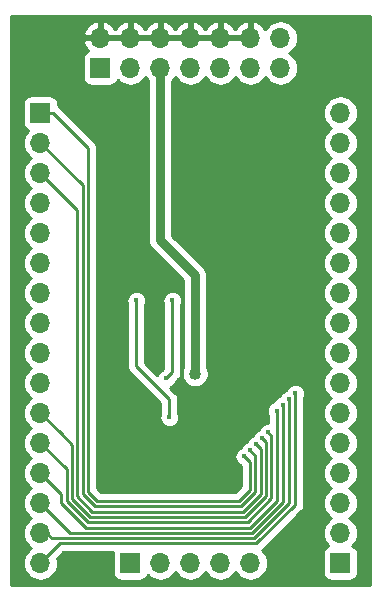
<source format=gbr>
G04 #@! TF.GenerationSoftware,KiCad,Pcbnew,(5.1.0)-1*
G04 #@! TF.CreationDate,2019-04-26T16:32:53+08:00*
G04 #@! TF.ProjectId,stm32,73746d33-322e-46b6-9963-61645f706362,rev?*
G04 #@! TF.SameCoordinates,Original*
G04 #@! TF.FileFunction,Copper,L2,Bot*
G04 #@! TF.FilePolarity,Positive*
%FSLAX46Y46*%
G04 Gerber Fmt 4.6, Leading zero omitted, Abs format (unit mm)*
G04 Created by KiCad (PCBNEW (5.1.0)-1) date 2019-04-26 16:32:53*
%MOMM*%
%LPD*%
G04 APERTURE LIST*
%ADD10R,1.700000X1.700000*%
%ADD11O,1.700000X1.700000*%
%ADD12C,1.016000*%
%ADD13C,0.400000*%
%ADD14C,0.762000*%
%ADD15C,0.250000*%
%ADD16C,0.254000*%
G04 APERTURE END LIST*
D10*
X142240000Y-113665000D03*
D11*
X142240000Y-111125000D03*
X142240000Y-108585000D03*
X142240000Y-106045000D03*
X142240000Y-103505000D03*
X142240000Y-100965000D03*
X142240000Y-98425000D03*
X142240000Y-95885000D03*
X142240000Y-93345000D03*
X142240000Y-90805000D03*
X142240000Y-88265000D03*
X142240000Y-85725000D03*
X142240000Y-83185000D03*
X142240000Y-80645000D03*
X142240000Y-78105000D03*
X142240000Y-75565000D03*
D10*
X124460000Y-113665000D03*
D11*
X127000000Y-113665000D03*
X129540000Y-113665000D03*
X132080000Y-113665000D03*
X134620000Y-113665000D03*
X116840000Y-113665000D03*
X116840000Y-111125000D03*
X116840000Y-108585000D03*
X116840000Y-106045000D03*
X116840000Y-103505000D03*
X116840000Y-100965000D03*
X116840000Y-98425000D03*
X116840000Y-95885000D03*
X116840000Y-93345000D03*
X116840000Y-90805000D03*
X116840000Y-88265000D03*
X116840000Y-85725000D03*
X116840000Y-83185000D03*
X116840000Y-80645000D03*
X116840000Y-78105000D03*
D10*
X116840000Y-75565000D03*
X121920000Y-71755000D03*
D11*
X121920000Y-69215000D03*
X124460000Y-71755000D03*
X124460000Y-69215000D03*
X127000000Y-71755000D03*
X127000000Y-69215000D03*
X129540000Y-71755000D03*
X129540000Y-69215000D03*
X132080000Y-71755000D03*
X132080000Y-69215000D03*
X134620000Y-71755000D03*
X134620000Y-69215000D03*
X137160000Y-71755000D03*
X137160000Y-69215000D03*
D12*
X135890000Y-89535000D03*
X130810000Y-83820000D03*
X129295000Y-85335000D03*
X125095000Y-83185000D03*
X129277000Y-80908000D03*
D13*
X123229543Y-97750457D03*
X126492000Y-104394000D03*
X132588000Y-100076000D03*
X131826000Y-93980000D03*
D12*
X129946587Y-97637413D03*
D13*
X135636000Y-103124000D03*
X135128000Y-103632000D03*
X134620000Y-104140000D03*
X134112000Y-104648000D03*
X124968000Y-91440000D03*
X127762000Y-101346000D03*
X138430000Y-99314000D03*
X137904999Y-99804999D03*
X137379998Y-100295998D03*
X136854997Y-100786997D03*
X136144000Y-102616000D03*
X127508000Y-98044000D03*
X128016000Y-91440000D03*
D14*
X129946587Y-89306587D02*
X129946587Y-97637413D01*
X127000000Y-71755000D02*
X127000000Y-86360000D01*
X127000000Y-86360000D02*
X129946587Y-89306587D01*
D15*
X124968000Y-91440000D02*
X124968000Y-91440000D01*
X127762000Y-99822000D02*
X127762000Y-101346000D01*
X124968000Y-91440000D02*
X124968000Y-97028000D01*
X124968000Y-97028000D02*
X127762000Y-99822000D01*
X138430000Y-108204000D02*
X138430000Y-99314000D01*
X138430000Y-108723279D02*
X138430000Y-108204000D01*
X135139279Y-112014000D02*
X138430000Y-108723279D01*
X118491000Y-112014000D02*
X135139279Y-112014000D01*
X116840000Y-113665000D02*
X118491000Y-112014000D01*
X117359020Y-111125000D02*
X116840000Y-111125000D01*
X117798010Y-111563990D02*
X117359020Y-111125000D01*
X134423990Y-111563990D02*
X134952882Y-111563988D01*
X134423990Y-111563990D02*
X117798010Y-111563990D01*
X137904999Y-108611871D02*
X137904999Y-108186999D01*
X134952882Y-111563988D02*
X137904999Y-108611871D01*
X137904999Y-99804999D02*
X137904999Y-108186999D01*
X119368979Y-111113979D02*
X116840000Y-108585000D01*
X134766481Y-111113979D02*
X119368979Y-111113979D01*
X137379998Y-100295998D02*
X137379998Y-108500462D01*
X137379998Y-108500462D02*
X134766481Y-111113979D01*
X136854997Y-107898997D02*
X136854997Y-100786997D01*
X136854997Y-108389053D02*
X136854997Y-107898997D01*
X134580080Y-110663970D02*
X136854997Y-108389053D01*
X120692740Y-110663970D02*
X134580080Y-110663970D01*
X118618000Y-108589230D02*
X120692740Y-110663970D01*
X118618000Y-107823000D02*
X118618000Y-108589230D01*
X116840000Y-106045000D02*
X118618000Y-107823000D01*
X136404987Y-102876987D02*
X136144000Y-102616000D01*
X136404987Y-107702987D02*
X136404987Y-102876987D01*
X136404985Y-108202655D02*
X136404985Y-107702989D01*
X136404985Y-107702989D02*
X136404987Y-107702987D01*
X116840000Y-103505000D02*
X119068010Y-105733010D01*
X119068010Y-105733010D02*
X119068010Y-108402830D01*
X119068010Y-108402830D02*
X120879138Y-110213958D01*
X120879138Y-110213958D02*
X121643960Y-110213960D01*
X121643960Y-110213960D02*
X134393681Y-110213959D01*
X134393681Y-110213959D02*
X136404985Y-108202655D01*
X118554500Y-102679500D02*
X116840000Y-100965000D01*
X118618000Y-102743000D02*
X118554500Y-102679500D01*
X119518020Y-103643020D02*
X118554500Y-102679500D01*
X119518020Y-108216430D02*
X119518020Y-103643020D01*
X121065539Y-109763949D02*
X119518020Y-108216430D01*
X135636000Y-103124000D02*
X135954977Y-103442977D01*
X135954977Y-103442977D02*
X135954977Y-107760977D01*
X135954977Y-107760977D02*
X135954976Y-108016254D01*
X134207280Y-109763950D02*
X121065539Y-109763949D01*
X135954976Y-108016254D02*
X134207280Y-109763950D01*
X135954976Y-103681974D02*
X135954976Y-108016254D01*
X135504967Y-104008967D02*
X135128000Y-103632000D01*
X135504967Y-107829853D02*
X135504967Y-104008967D01*
X134020880Y-109313940D02*
X135504967Y-107829853D01*
X121251940Y-109313940D02*
X134020880Y-109313940D01*
X119968030Y-108030030D02*
X121251940Y-109313940D01*
X119968030Y-83773030D02*
X119968030Y-108030030D01*
X116840000Y-80645000D02*
X119968030Y-83773030D01*
X135054957Y-104574957D02*
X134620000Y-104140000D01*
X135054957Y-107643453D02*
X135054957Y-104574957D01*
X121438340Y-108863930D02*
X133834481Y-108863929D01*
X120418040Y-107843630D02*
X121438340Y-108863930D01*
X133834481Y-108863929D02*
X135054957Y-107643453D01*
X120418040Y-81683040D02*
X120418040Y-107843630D01*
X116840000Y-78105000D02*
X120418040Y-81683040D01*
X134112000Y-104648000D02*
X134604947Y-105140947D01*
X134604947Y-107457053D02*
X133648080Y-108413920D01*
X134604947Y-105140947D02*
X134604947Y-107457053D01*
X133648080Y-108413920D02*
X133604000Y-108413920D01*
X124161920Y-108413920D02*
X123952000Y-108413920D01*
X133604000Y-108413920D02*
X124161920Y-108413920D01*
X117940000Y-75565000D02*
X116840000Y-75565000D01*
X120868050Y-78493050D02*
X117940000Y-75565000D01*
X120868050Y-107657230D02*
X120868050Y-78493050D01*
X121624740Y-108413920D02*
X120868050Y-107657230D01*
X124161920Y-108413920D02*
X121624740Y-108413920D01*
X127508000Y-98044000D02*
X128016000Y-97536000D01*
X128016000Y-97536000D02*
X128016000Y-91440000D01*
X128016000Y-91440000D02*
X128016000Y-91440000D01*
D16*
G36*
X144755001Y-115545000D02*
G01*
X114325000Y-115545000D01*
X114325000Y-78105000D01*
X115347815Y-78105000D01*
X115376487Y-78396111D01*
X115461401Y-78676034D01*
X115599294Y-78934014D01*
X115784866Y-79160134D01*
X116010986Y-79345706D01*
X116065791Y-79375000D01*
X116010986Y-79404294D01*
X115784866Y-79589866D01*
X115599294Y-79815986D01*
X115461401Y-80073966D01*
X115376487Y-80353889D01*
X115347815Y-80645000D01*
X115376487Y-80936111D01*
X115461401Y-81216034D01*
X115599294Y-81474014D01*
X115784866Y-81700134D01*
X116010986Y-81885706D01*
X116065791Y-81915000D01*
X116010986Y-81944294D01*
X115784866Y-82129866D01*
X115599294Y-82355986D01*
X115461401Y-82613966D01*
X115376487Y-82893889D01*
X115347815Y-83185000D01*
X115376487Y-83476111D01*
X115461401Y-83756034D01*
X115599294Y-84014014D01*
X115784866Y-84240134D01*
X116010986Y-84425706D01*
X116065791Y-84455000D01*
X116010986Y-84484294D01*
X115784866Y-84669866D01*
X115599294Y-84895986D01*
X115461401Y-85153966D01*
X115376487Y-85433889D01*
X115347815Y-85725000D01*
X115376487Y-86016111D01*
X115461401Y-86296034D01*
X115599294Y-86554014D01*
X115784866Y-86780134D01*
X116010986Y-86965706D01*
X116065791Y-86995000D01*
X116010986Y-87024294D01*
X115784866Y-87209866D01*
X115599294Y-87435986D01*
X115461401Y-87693966D01*
X115376487Y-87973889D01*
X115347815Y-88265000D01*
X115376487Y-88556111D01*
X115461401Y-88836034D01*
X115599294Y-89094014D01*
X115784866Y-89320134D01*
X116010986Y-89505706D01*
X116065791Y-89535000D01*
X116010986Y-89564294D01*
X115784866Y-89749866D01*
X115599294Y-89975986D01*
X115461401Y-90233966D01*
X115376487Y-90513889D01*
X115347815Y-90805000D01*
X115376487Y-91096111D01*
X115461401Y-91376034D01*
X115599294Y-91634014D01*
X115784866Y-91860134D01*
X116010986Y-92045706D01*
X116065791Y-92075000D01*
X116010986Y-92104294D01*
X115784866Y-92289866D01*
X115599294Y-92515986D01*
X115461401Y-92773966D01*
X115376487Y-93053889D01*
X115347815Y-93345000D01*
X115376487Y-93636111D01*
X115461401Y-93916034D01*
X115599294Y-94174014D01*
X115784866Y-94400134D01*
X116010986Y-94585706D01*
X116065791Y-94615000D01*
X116010986Y-94644294D01*
X115784866Y-94829866D01*
X115599294Y-95055986D01*
X115461401Y-95313966D01*
X115376487Y-95593889D01*
X115347815Y-95885000D01*
X115376487Y-96176111D01*
X115461401Y-96456034D01*
X115599294Y-96714014D01*
X115784866Y-96940134D01*
X116010986Y-97125706D01*
X116065791Y-97155000D01*
X116010986Y-97184294D01*
X115784866Y-97369866D01*
X115599294Y-97595986D01*
X115461401Y-97853966D01*
X115376487Y-98133889D01*
X115347815Y-98425000D01*
X115376487Y-98716111D01*
X115461401Y-98996034D01*
X115599294Y-99254014D01*
X115784866Y-99480134D01*
X116010986Y-99665706D01*
X116065791Y-99695000D01*
X116010986Y-99724294D01*
X115784866Y-99909866D01*
X115599294Y-100135986D01*
X115461401Y-100393966D01*
X115376487Y-100673889D01*
X115347815Y-100965000D01*
X115376487Y-101256111D01*
X115461401Y-101536034D01*
X115599294Y-101794014D01*
X115784866Y-102020134D01*
X116010986Y-102205706D01*
X116065791Y-102235000D01*
X116010986Y-102264294D01*
X115784866Y-102449866D01*
X115599294Y-102675986D01*
X115461401Y-102933966D01*
X115376487Y-103213889D01*
X115347815Y-103505000D01*
X115376487Y-103796111D01*
X115461401Y-104076034D01*
X115599294Y-104334014D01*
X115784866Y-104560134D01*
X116010986Y-104745706D01*
X116065791Y-104775000D01*
X116010986Y-104804294D01*
X115784866Y-104989866D01*
X115599294Y-105215986D01*
X115461401Y-105473966D01*
X115376487Y-105753889D01*
X115347815Y-106045000D01*
X115376487Y-106336111D01*
X115461401Y-106616034D01*
X115599294Y-106874014D01*
X115784866Y-107100134D01*
X116010986Y-107285706D01*
X116065791Y-107315000D01*
X116010986Y-107344294D01*
X115784866Y-107529866D01*
X115599294Y-107755986D01*
X115461401Y-108013966D01*
X115376487Y-108293889D01*
X115347815Y-108585000D01*
X115376487Y-108876111D01*
X115461401Y-109156034D01*
X115599294Y-109414014D01*
X115784866Y-109640134D01*
X116010986Y-109825706D01*
X116065791Y-109855000D01*
X116010986Y-109884294D01*
X115784866Y-110069866D01*
X115599294Y-110295986D01*
X115461401Y-110553966D01*
X115376487Y-110833889D01*
X115347815Y-111125000D01*
X115376487Y-111416111D01*
X115461401Y-111696034D01*
X115599294Y-111954014D01*
X115784866Y-112180134D01*
X116010986Y-112365706D01*
X116065791Y-112395000D01*
X116010986Y-112424294D01*
X115784866Y-112609866D01*
X115599294Y-112835986D01*
X115461401Y-113093966D01*
X115376487Y-113373889D01*
X115347815Y-113665000D01*
X115376487Y-113956111D01*
X115461401Y-114236034D01*
X115599294Y-114494014D01*
X115784866Y-114720134D01*
X116010986Y-114905706D01*
X116268966Y-115043599D01*
X116548889Y-115128513D01*
X116767050Y-115150000D01*
X116912950Y-115150000D01*
X117131111Y-115128513D01*
X117411034Y-115043599D01*
X117669014Y-114905706D01*
X117895134Y-114720134D01*
X118080706Y-114494014D01*
X118218599Y-114236034D01*
X118303513Y-113956111D01*
X118332185Y-113665000D01*
X118303513Y-113373889D01*
X118280797Y-113299005D01*
X118805802Y-112774000D01*
X122975966Y-112774000D01*
X122971928Y-112815000D01*
X122971928Y-114515000D01*
X122984188Y-114639482D01*
X123020498Y-114759180D01*
X123079463Y-114869494D01*
X123158815Y-114966185D01*
X123255506Y-115045537D01*
X123365820Y-115104502D01*
X123485518Y-115140812D01*
X123610000Y-115153072D01*
X125310000Y-115153072D01*
X125434482Y-115140812D01*
X125554180Y-115104502D01*
X125664494Y-115045537D01*
X125761185Y-114966185D01*
X125840537Y-114869494D01*
X125899502Y-114759180D01*
X125920393Y-114690313D01*
X125944866Y-114720134D01*
X126170986Y-114905706D01*
X126428966Y-115043599D01*
X126708889Y-115128513D01*
X126927050Y-115150000D01*
X127072950Y-115150000D01*
X127291111Y-115128513D01*
X127571034Y-115043599D01*
X127829014Y-114905706D01*
X128055134Y-114720134D01*
X128240706Y-114494014D01*
X128270000Y-114439209D01*
X128299294Y-114494014D01*
X128484866Y-114720134D01*
X128710986Y-114905706D01*
X128968966Y-115043599D01*
X129248889Y-115128513D01*
X129467050Y-115150000D01*
X129612950Y-115150000D01*
X129831111Y-115128513D01*
X130111034Y-115043599D01*
X130369014Y-114905706D01*
X130595134Y-114720134D01*
X130780706Y-114494014D01*
X130810000Y-114439209D01*
X130839294Y-114494014D01*
X131024866Y-114720134D01*
X131250986Y-114905706D01*
X131508966Y-115043599D01*
X131788889Y-115128513D01*
X132007050Y-115150000D01*
X132152950Y-115150000D01*
X132371111Y-115128513D01*
X132651034Y-115043599D01*
X132909014Y-114905706D01*
X133135134Y-114720134D01*
X133320706Y-114494014D01*
X133350000Y-114439209D01*
X133379294Y-114494014D01*
X133564866Y-114720134D01*
X133790986Y-114905706D01*
X134048966Y-115043599D01*
X134328889Y-115128513D01*
X134547050Y-115150000D01*
X134692950Y-115150000D01*
X134911111Y-115128513D01*
X135191034Y-115043599D01*
X135449014Y-114905706D01*
X135675134Y-114720134D01*
X135860706Y-114494014D01*
X135998599Y-114236034D01*
X136083513Y-113956111D01*
X136112185Y-113665000D01*
X136083513Y-113373889D01*
X135998599Y-113093966D01*
X135860706Y-112835986D01*
X135675134Y-112609866D01*
X135643171Y-112583635D01*
X135679280Y-112554001D01*
X135703083Y-112524997D01*
X138941004Y-109287077D01*
X138970001Y-109263280D01*
X139064974Y-109147555D01*
X139135546Y-109015526D01*
X139179003Y-108872265D01*
X139190000Y-108760612D01*
X139190000Y-108760603D01*
X139193676Y-108723280D01*
X139190000Y-108685957D01*
X139190000Y-99661157D01*
X139232911Y-99557560D01*
X139265000Y-99396240D01*
X139265000Y-99231760D01*
X139232911Y-99070440D01*
X139169967Y-98918479D01*
X139078587Y-98781719D01*
X138962281Y-98665413D01*
X138825521Y-98574033D01*
X138673560Y-98511089D01*
X138512240Y-98479000D01*
X138347760Y-98479000D01*
X138186440Y-98511089D01*
X138034479Y-98574033D01*
X137897719Y-98665413D01*
X137781413Y-98781719D01*
X137690033Y-98918479D01*
X137654151Y-99005107D01*
X137509478Y-99065032D01*
X137372718Y-99156412D01*
X137256412Y-99272718D01*
X137165032Y-99409478D01*
X137129150Y-99496106D01*
X136984477Y-99556031D01*
X136847717Y-99647411D01*
X136731411Y-99763717D01*
X136640031Y-99900477D01*
X136604149Y-99987105D01*
X136459476Y-100047030D01*
X136322716Y-100138410D01*
X136206410Y-100254716D01*
X136115030Y-100391476D01*
X136052086Y-100543437D01*
X136019997Y-100704757D01*
X136019997Y-100869237D01*
X136052086Y-101030557D01*
X136094998Y-101134156D01*
X136094998Y-101781000D01*
X136061760Y-101781000D01*
X135900440Y-101813089D01*
X135748479Y-101876033D01*
X135611719Y-101967413D01*
X135495413Y-102083719D01*
X135404033Y-102220479D01*
X135356129Y-102336129D01*
X135240479Y-102384033D01*
X135103719Y-102475413D01*
X134987413Y-102591719D01*
X134896033Y-102728479D01*
X134848129Y-102844129D01*
X134732479Y-102892033D01*
X134595719Y-102983413D01*
X134479413Y-103099719D01*
X134388033Y-103236479D01*
X134340129Y-103352129D01*
X134224479Y-103400033D01*
X134087719Y-103491413D01*
X133971413Y-103607719D01*
X133880033Y-103744479D01*
X133832129Y-103860129D01*
X133716479Y-103908033D01*
X133579719Y-103999413D01*
X133463413Y-104115719D01*
X133372033Y-104252479D01*
X133309089Y-104404440D01*
X133277000Y-104565760D01*
X133277000Y-104730240D01*
X133309089Y-104891560D01*
X133372033Y-105043521D01*
X133463413Y-105180281D01*
X133579719Y-105296587D01*
X133716479Y-105387967D01*
X133820078Y-105430879D01*
X133844947Y-105455748D01*
X133844948Y-107142250D01*
X133333279Y-107653920D01*
X121939542Y-107653920D01*
X121628050Y-107342429D01*
X121628050Y-91357760D01*
X124133000Y-91357760D01*
X124133000Y-91522240D01*
X124165089Y-91683560D01*
X124208000Y-91787157D01*
X124208001Y-96990668D01*
X124204324Y-97028000D01*
X124208001Y-97065333D01*
X124211022Y-97096000D01*
X124218998Y-97176985D01*
X124262454Y-97320246D01*
X124333026Y-97452276D01*
X124392576Y-97524837D01*
X124428000Y-97568001D01*
X124456998Y-97591799D01*
X127002000Y-100136802D01*
X127002001Y-100998841D01*
X126959089Y-101102440D01*
X126927000Y-101263760D01*
X126927000Y-101428240D01*
X126959089Y-101589560D01*
X127022033Y-101741521D01*
X127113413Y-101878281D01*
X127229719Y-101994587D01*
X127366479Y-102085967D01*
X127518440Y-102148911D01*
X127679760Y-102181000D01*
X127844240Y-102181000D01*
X128005560Y-102148911D01*
X128157521Y-102085967D01*
X128294281Y-101994587D01*
X128410587Y-101878281D01*
X128501967Y-101741521D01*
X128564911Y-101589560D01*
X128597000Y-101428240D01*
X128597000Y-101263760D01*
X128564911Y-101102440D01*
X128522000Y-100998843D01*
X128522000Y-99859325D01*
X128525676Y-99822000D01*
X128522000Y-99784675D01*
X128522000Y-99784667D01*
X128511003Y-99673014D01*
X128467546Y-99529753D01*
X128396974Y-99397724D01*
X128302001Y-99281999D01*
X128273004Y-99258202D01*
X127829450Y-98814648D01*
X127903521Y-98783967D01*
X128040281Y-98692587D01*
X128156587Y-98576281D01*
X128247967Y-98439521D01*
X128290878Y-98335923D01*
X128527003Y-98099798D01*
X128556001Y-98076001D01*
X128650974Y-97960276D01*
X128721546Y-97828247D01*
X128765003Y-97684986D01*
X128776000Y-97573333D01*
X128776000Y-97573324D01*
X128779676Y-97536001D01*
X128776000Y-97498678D01*
X128776000Y-91787157D01*
X128818911Y-91683560D01*
X128851000Y-91522240D01*
X128851000Y-91357760D01*
X128818911Y-91196440D01*
X128755967Y-91044479D01*
X128664587Y-90907719D01*
X128548281Y-90791413D01*
X128411521Y-90700033D01*
X128259560Y-90637089D01*
X128098240Y-90605000D01*
X127933760Y-90605000D01*
X127772440Y-90637089D01*
X127620479Y-90700033D01*
X127483719Y-90791413D01*
X127367413Y-90907719D01*
X127276033Y-91044479D01*
X127213089Y-91196440D01*
X127181000Y-91357760D01*
X127181000Y-91522240D01*
X127213089Y-91683560D01*
X127256001Y-91787159D01*
X127256000Y-97221198D01*
X127216077Y-97261122D01*
X127112479Y-97304033D01*
X126975719Y-97395413D01*
X126859413Y-97511719D01*
X126768033Y-97648479D01*
X126737352Y-97722550D01*
X125728000Y-96713199D01*
X125728000Y-91787157D01*
X125770911Y-91683560D01*
X125803000Y-91522240D01*
X125803000Y-91357760D01*
X125770911Y-91196440D01*
X125707967Y-91044479D01*
X125616587Y-90907719D01*
X125500281Y-90791413D01*
X125363521Y-90700033D01*
X125211560Y-90637089D01*
X125050240Y-90605000D01*
X124885760Y-90605000D01*
X124724440Y-90637089D01*
X124572479Y-90700033D01*
X124435719Y-90791413D01*
X124319413Y-90907719D01*
X124228033Y-91044479D01*
X124165089Y-91196440D01*
X124133000Y-91357760D01*
X121628050Y-91357760D01*
X121628050Y-78530372D01*
X121631726Y-78493049D01*
X121628050Y-78455727D01*
X121628050Y-78455717D01*
X121617053Y-78344064D01*
X121573596Y-78200803D01*
X121503024Y-78068773D01*
X121431849Y-77982047D01*
X121408051Y-77953049D01*
X121379053Y-77929251D01*
X118503804Y-75054003D01*
X118480001Y-75024999D01*
X118364276Y-74930026D01*
X118328072Y-74910674D01*
X118328072Y-74715000D01*
X118315812Y-74590518D01*
X118279502Y-74470820D01*
X118220537Y-74360506D01*
X118141185Y-74263815D01*
X118044494Y-74184463D01*
X117934180Y-74125498D01*
X117814482Y-74089188D01*
X117690000Y-74076928D01*
X115990000Y-74076928D01*
X115865518Y-74089188D01*
X115745820Y-74125498D01*
X115635506Y-74184463D01*
X115538815Y-74263815D01*
X115459463Y-74360506D01*
X115400498Y-74470820D01*
X115364188Y-74590518D01*
X115351928Y-74715000D01*
X115351928Y-76415000D01*
X115364188Y-76539482D01*
X115400498Y-76659180D01*
X115459463Y-76769494D01*
X115538815Y-76866185D01*
X115635506Y-76945537D01*
X115745820Y-77004502D01*
X115814687Y-77025393D01*
X115784866Y-77049866D01*
X115599294Y-77275986D01*
X115461401Y-77533966D01*
X115376487Y-77813889D01*
X115347815Y-78105000D01*
X114325000Y-78105000D01*
X114325000Y-70905000D01*
X120431928Y-70905000D01*
X120431928Y-72605000D01*
X120444188Y-72729482D01*
X120480498Y-72849180D01*
X120539463Y-72959494D01*
X120618815Y-73056185D01*
X120715506Y-73135537D01*
X120825820Y-73194502D01*
X120945518Y-73230812D01*
X121070000Y-73243072D01*
X122770000Y-73243072D01*
X122894482Y-73230812D01*
X123014180Y-73194502D01*
X123124494Y-73135537D01*
X123221185Y-73056185D01*
X123300537Y-72959494D01*
X123359502Y-72849180D01*
X123380393Y-72780313D01*
X123404866Y-72810134D01*
X123630986Y-72995706D01*
X123888966Y-73133599D01*
X124168889Y-73218513D01*
X124387050Y-73240000D01*
X124532950Y-73240000D01*
X124751111Y-73218513D01*
X125031034Y-73133599D01*
X125289014Y-72995706D01*
X125515134Y-72810134D01*
X125700706Y-72584014D01*
X125730000Y-72529209D01*
X125759294Y-72584014D01*
X125944866Y-72810134D01*
X125984000Y-72842251D01*
X125984001Y-86310088D01*
X125979085Y-86360000D01*
X125998702Y-86559170D01*
X126056799Y-86750687D01*
X126151141Y-86927190D01*
X126278105Y-87081896D01*
X126316868Y-87113708D01*
X128930587Y-89727428D01*
X128930588Y-97103450D01*
X128847512Y-97304012D01*
X128803587Y-97524837D01*
X128803587Y-97749989D01*
X128847512Y-97970814D01*
X128933674Y-98178826D01*
X129058761Y-98366033D01*
X129217967Y-98525239D01*
X129405174Y-98650326D01*
X129613186Y-98736488D01*
X129834011Y-98780413D01*
X130059163Y-98780413D01*
X130279988Y-98736488D01*
X130488000Y-98650326D01*
X130675207Y-98525239D01*
X130834413Y-98366033D01*
X130959500Y-98178826D01*
X131045662Y-97970814D01*
X131089587Y-97749989D01*
X131089587Y-97524837D01*
X131045662Y-97304012D01*
X130962587Y-97103453D01*
X130962587Y-89356480D01*
X130967501Y-89306586D01*
X130962587Y-89256692D01*
X130962587Y-89256685D01*
X130947885Y-89107416D01*
X130889789Y-88915900D01*
X130795447Y-88739397D01*
X130668483Y-88584691D01*
X130629720Y-88552879D01*
X128016000Y-85939160D01*
X128016000Y-75565000D01*
X140747815Y-75565000D01*
X140776487Y-75856111D01*
X140861401Y-76136034D01*
X140999294Y-76394014D01*
X141184866Y-76620134D01*
X141410986Y-76805706D01*
X141465791Y-76835000D01*
X141410986Y-76864294D01*
X141184866Y-77049866D01*
X140999294Y-77275986D01*
X140861401Y-77533966D01*
X140776487Y-77813889D01*
X140747815Y-78105000D01*
X140776487Y-78396111D01*
X140861401Y-78676034D01*
X140999294Y-78934014D01*
X141184866Y-79160134D01*
X141410986Y-79345706D01*
X141465791Y-79375000D01*
X141410986Y-79404294D01*
X141184866Y-79589866D01*
X140999294Y-79815986D01*
X140861401Y-80073966D01*
X140776487Y-80353889D01*
X140747815Y-80645000D01*
X140776487Y-80936111D01*
X140861401Y-81216034D01*
X140999294Y-81474014D01*
X141184866Y-81700134D01*
X141410986Y-81885706D01*
X141465791Y-81915000D01*
X141410986Y-81944294D01*
X141184866Y-82129866D01*
X140999294Y-82355986D01*
X140861401Y-82613966D01*
X140776487Y-82893889D01*
X140747815Y-83185000D01*
X140776487Y-83476111D01*
X140861401Y-83756034D01*
X140999294Y-84014014D01*
X141184866Y-84240134D01*
X141410986Y-84425706D01*
X141465791Y-84455000D01*
X141410986Y-84484294D01*
X141184866Y-84669866D01*
X140999294Y-84895986D01*
X140861401Y-85153966D01*
X140776487Y-85433889D01*
X140747815Y-85725000D01*
X140776487Y-86016111D01*
X140861401Y-86296034D01*
X140999294Y-86554014D01*
X141184866Y-86780134D01*
X141410986Y-86965706D01*
X141465791Y-86995000D01*
X141410986Y-87024294D01*
X141184866Y-87209866D01*
X140999294Y-87435986D01*
X140861401Y-87693966D01*
X140776487Y-87973889D01*
X140747815Y-88265000D01*
X140776487Y-88556111D01*
X140861401Y-88836034D01*
X140999294Y-89094014D01*
X141184866Y-89320134D01*
X141410986Y-89505706D01*
X141465791Y-89535000D01*
X141410986Y-89564294D01*
X141184866Y-89749866D01*
X140999294Y-89975986D01*
X140861401Y-90233966D01*
X140776487Y-90513889D01*
X140747815Y-90805000D01*
X140776487Y-91096111D01*
X140861401Y-91376034D01*
X140999294Y-91634014D01*
X141184866Y-91860134D01*
X141410986Y-92045706D01*
X141465791Y-92075000D01*
X141410986Y-92104294D01*
X141184866Y-92289866D01*
X140999294Y-92515986D01*
X140861401Y-92773966D01*
X140776487Y-93053889D01*
X140747815Y-93345000D01*
X140776487Y-93636111D01*
X140861401Y-93916034D01*
X140999294Y-94174014D01*
X141184866Y-94400134D01*
X141410986Y-94585706D01*
X141465791Y-94615000D01*
X141410986Y-94644294D01*
X141184866Y-94829866D01*
X140999294Y-95055986D01*
X140861401Y-95313966D01*
X140776487Y-95593889D01*
X140747815Y-95885000D01*
X140776487Y-96176111D01*
X140861401Y-96456034D01*
X140999294Y-96714014D01*
X141184866Y-96940134D01*
X141410986Y-97125706D01*
X141465791Y-97155000D01*
X141410986Y-97184294D01*
X141184866Y-97369866D01*
X140999294Y-97595986D01*
X140861401Y-97853966D01*
X140776487Y-98133889D01*
X140747815Y-98425000D01*
X140776487Y-98716111D01*
X140861401Y-98996034D01*
X140999294Y-99254014D01*
X141184866Y-99480134D01*
X141410986Y-99665706D01*
X141465791Y-99695000D01*
X141410986Y-99724294D01*
X141184866Y-99909866D01*
X140999294Y-100135986D01*
X140861401Y-100393966D01*
X140776487Y-100673889D01*
X140747815Y-100965000D01*
X140776487Y-101256111D01*
X140861401Y-101536034D01*
X140999294Y-101794014D01*
X141184866Y-102020134D01*
X141410986Y-102205706D01*
X141465791Y-102235000D01*
X141410986Y-102264294D01*
X141184866Y-102449866D01*
X140999294Y-102675986D01*
X140861401Y-102933966D01*
X140776487Y-103213889D01*
X140747815Y-103505000D01*
X140776487Y-103796111D01*
X140861401Y-104076034D01*
X140999294Y-104334014D01*
X141184866Y-104560134D01*
X141410986Y-104745706D01*
X141465791Y-104775000D01*
X141410986Y-104804294D01*
X141184866Y-104989866D01*
X140999294Y-105215986D01*
X140861401Y-105473966D01*
X140776487Y-105753889D01*
X140747815Y-106045000D01*
X140776487Y-106336111D01*
X140861401Y-106616034D01*
X140999294Y-106874014D01*
X141184866Y-107100134D01*
X141410986Y-107285706D01*
X141465791Y-107315000D01*
X141410986Y-107344294D01*
X141184866Y-107529866D01*
X140999294Y-107755986D01*
X140861401Y-108013966D01*
X140776487Y-108293889D01*
X140747815Y-108585000D01*
X140776487Y-108876111D01*
X140861401Y-109156034D01*
X140999294Y-109414014D01*
X141184866Y-109640134D01*
X141410986Y-109825706D01*
X141465791Y-109855000D01*
X141410986Y-109884294D01*
X141184866Y-110069866D01*
X140999294Y-110295986D01*
X140861401Y-110553966D01*
X140776487Y-110833889D01*
X140747815Y-111125000D01*
X140776487Y-111416111D01*
X140861401Y-111696034D01*
X140999294Y-111954014D01*
X141184866Y-112180134D01*
X141214687Y-112204607D01*
X141145820Y-112225498D01*
X141035506Y-112284463D01*
X140938815Y-112363815D01*
X140859463Y-112460506D01*
X140800498Y-112570820D01*
X140764188Y-112690518D01*
X140751928Y-112815000D01*
X140751928Y-114515000D01*
X140764188Y-114639482D01*
X140800498Y-114759180D01*
X140859463Y-114869494D01*
X140938815Y-114966185D01*
X141035506Y-115045537D01*
X141145820Y-115104502D01*
X141265518Y-115140812D01*
X141390000Y-115153072D01*
X143090000Y-115153072D01*
X143214482Y-115140812D01*
X143334180Y-115104502D01*
X143444494Y-115045537D01*
X143541185Y-114966185D01*
X143620537Y-114869494D01*
X143679502Y-114759180D01*
X143715812Y-114639482D01*
X143728072Y-114515000D01*
X143728072Y-112815000D01*
X143715812Y-112690518D01*
X143679502Y-112570820D01*
X143620537Y-112460506D01*
X143541185Y-112363815D01*
X143444494Y-112284463D01*
X143334180Y-112225498D01*
X143265313Y-112204607D01*
X143295134Y-112180134D01*
X143480706Y-111954014D01*
X143618599Y-111696034D01*
X143703513Y-111416111D01*
X143732185Y-111125000D01*
X143703513Y-110833889D01*
X143618599Y-110553966D01*
X143480706Y-110295986D01*
X143295134Y-110069866D01*
X143069014Y-109884294D01*
X143014209Y-109855000D01*
X143069014Y-109825706D01*
X143295134Y-109640134D01*
X143480706Y-109414014D01*
X143618599Y-109156034D01*
X143703513Y-108876111D01*
X143732185Y-108585000D01*
X143703513Y-108293889D01*
X143618599Y-108013966D01*
X143480706Y-107755986D01*
X143295134Y-107529866D01*
X143069014Y-107344294D01*
X143014209Y-107315000D01*
X143069014Y-107285706D01*
X143295134Y-107100134D01*
X143480706Y-106874014D01*
X143618599Y-106616034D01*
X143703513Y-106336111D01*
X143732185Y-106045000D01*
X143703513Y-105753889D01*
X143618599Y-105473966D01*
X143480706Y-105215986D01*
X143295134Y-104989866D01*
X143069014Y-104804294D01*
X143014209Y-104775000D01*
X143069014Y-104745706D01*
X143295134Y-104560134D01*
X143480706Y-104334014D01*
X143618599Y-104076034D01*
X143703513Y-103796111D01*
X143732185Y-103505000D01*
X143703513Y-103213889D01*
X143618599Y-102933966D01*
X143480706Y-102675986D01*
X143295134Y-102449866D01*
X143069014Y-102264294D01*
X143014209Y-102235000D01*
X143069014Y-102205706D01*
X143295134Y-102020134D01*
X143480706Y-101794014D01*
X143618599Y-101536034D01*
X143703513Y-101256111D01*
X143732185Y-100965000D01*
X143703513Y-100673889D01*
X143618599Y-100393966D01*
X143480706Y-100135986D01*
X143295134Y-99909866D01*
X143069014Y-99724294D01*
X143014209Y-99695000D01*
X143069014Y-99665706D01*
X143295134Y-99480134D01*
X143480706Y-99254014D01*
X143618599Y-98996034D01*
X143703513Y-98716111D01*
X143732185Y-98425000D01*
X143703513Y-98133889D01*
X143618599Y-97853966D01*
X143480706Y-97595986D01*
X143295134Y-97369866D01*
X143069014Y-97184294D01*
X143014209Y-97155000D01*
X143069014Y-97125706D01*
X143295134Y-96940134D01*
X143480706Y-96714014D01*
X143618599Y-96456034D01*
X143703513Y-96176111D01*
X143732185Y-95885000D01*
X143703513Y-95593889D01*
X143618599Y-95313966D01*
X143480706Y-95055986D01*
X143295134Y-94829866D01*
X143069014Y-94644294D01*
X143014209Y-94615000D01*
X143069014Y-94585706D01*
X143295134Y-94400134D01*
X143480706Y-94174014D01*
X143618599Y-93916034D01*
X143703513Y-93636111D01*
X143732185Y-93345000D01*
X143703513Y-93053889D01*
X143618599Y-92773966D01*
X143480706Y-92515986D01*
X143295134Y-92289866D01*
X143069014Y-92104294D01*
X143014209Y-92075000D01*
X143069014Y-92045706D01*
X143295134Y-91860134D01*
X143480706Y-91634014D01*
X143618599Y-91376034D01*
X143703513Y-91096111D01*
X143732185Y-90805000D01*
X143703513Y-90513889D01*
X143618599Y-90233966D01*
X143480706Y-89975986D01*
X143295134Y-89749866D01*
X143069014Y-89564294D01*
X143014209Y-89535000D01*
X143069014Y-89505706D01*
X143295134Y-89320134D01*
X143480706Y-89094014D01*
X143618599Y-88836034D01*
X143703513Y-88556111D01*
X143732185Y-88265000D01*
X143703513Y-87973889D01*
X143618599Y-87693966D01*
X143480706Y-87435986D01*
X143295134Y-87209866D01*
X143069014Y-87024294D01*
X143014209Y-86995000D01*
X143069014Y-86965706D01*
X143295134Y-86780134D01*
X143480706Y-86554014D01*
X143618599Y-86296034D01*
X143703513Y-86016111D01*
X143732185Y-85725000D01*
X143703513Y-85433889D01*
X143618599Y-85153966D01*
X143480706Y-84895986D01*
X143295134Y-84669866D01*
X143069014Y-84484294D01*
X143014209Y-84455000D01*
X143069014Y-84425706D01*
X143295134Y-84240134D01*
X143480706Y-84014014D01*
X143618599Y-83756034D01*
X143703513Y-83476111D01*
X143732185Y-83185000D01*
X143703513Y-82893889D01*
X143618599Y-82613966D01*
X143480706Y-82355986D01*
X143295134Y-82129866D01*
X143069014Y-81944294D01*
X143014209Y-81915000D01*
X143069014Y-81885706D01*
X143295134Y-81700134D01*
X143480706Y-81474014D01*
X143618599Y-81216034D01*
X143703513Y-80936111D01*
X143732185Y-80645000D01*
X143703513Y-80353889D01*
X143618599Y-80073966D01*
X143480706Y-79815986D01*
X143295134Y-79589866D01*
X143069014Y-79404294D01*
X143014209Y-79375000D01*
X143069014Y-79345706D01*
X143295134Y-79160134D01*
X143480706Y-78934014D01*
X143618599Y-78676034D01*
X143703513Y-78396111D01*
X143732185Y-78105000D01*
X143703513Y-77813889D01*
X143618599Y-77533966D01*
X143480706Y-77275986D01*
X143295134Y-77049866D01*
X143069014Y-76864294D01*
X143014209Y-76835000D01*
X143069014Y-76805706D01*
X143295134Y-76620134D01*
X143480706Y-76394014D01*
X143618599Y-76136034D01*
X143703513Y-75856111D01*
X143732185Y-75565000D01*
X143703513Y-75273889D01*
X143618599Y-74993966D01*
X143480706Y-74735986D01*
X143295134Y-74509866D01*
X143069014Y-74324294D01*
X142811034Y-74186401D01*
X142531111Y-74101487D01*
X142312950Y-74080000D01*
X142167050Y-74080000D01*
X141948889Y-74101487D01*
X141668966Y-74186401D01*
X141410986Y-74324294D01*
X141184866Y-74509866D01*
X140999294Y-74735986D01*
X140861401Y-74993966D01*
X140776487Y-75273889D01*
X140747815Y-75565000D01*
X128016000Y-75565000D01*
X128016000Y-72842250D01*
X128055134Y-72810134D01*
X128240706Y-72584014D01*
X128270000Y-72529209D01*
X128299294Y-72584014D01*
X128484866Y-72810134D01*
X128710986Y-72995706D01*
X128968966Y-73133599D01*
X129248889Y-73218513D01*
X129467050Y-73240000D01*
X129612950Y-73240000D01*
X129831111Y-73218513D01*
X130111034Y-73133599D01*
X130369014Y-72995706D01*
X130595134Y-72810134D01*
X130780706Y-72584014D01*
X130810000Y-72529209D01*
X130839294Y-72584014D01*
X131024866Y-72810134D01*
X131250986Y-72995706D01*
X131508966Y-73133599D01*
X131788889Y-73218513D01*
X132007050Y-73240000D01*
X132152950Y-73240000D01*
X132371111Y-73218513D01*
X132651034Y-73133599D01*
X132909014Y-72995706D01*
X133135134Y-72810134D01*
X133320706Y-72584014D01*
X133350000Y-72529209D01*
X133379294Y-72584014D01*
X133564866Y-72810134D01*
X133790986Y-72995706D01*
X134048966Y-73133599D01*
X134328889Y-73218513D01*
X134547050Y-73240000D01*
X134692950Y-73240000D01*
X134911111Y-73218513D01*
X135191034Y-73133599D01*
X135449014Y-72995706D01*
X135675134Y-72810134D01*
X135860706Y-72584014D01*
X135890000Y-72529209D01*
X135919294Y-72584014D01*
X136104866Y-72810134D01*
X136330986Y-72995706D01*
X136588966Y-73133599D01*
X136868889Y-73218513D01*
X137087050Y-73240000D01*
X137232950Y-73240000D01*
X137451111Y-73218513D01*
X137731034Y-73133599D01*
X137989014Y-72995706D01*
X138215134Y-72810134D01*
X138400706Y-72584014D01*
X138538599Y-72326034D01*
X138623513Y-72046111D01*
X138652185Y-71755000D01*
X138623513Y-71463889D01*
X138538599Y-71183966D01*
X138400706Y-70925986D01*
X138215134Y-70699866D01*
X137989014Y-70514294D01*
X137934209Y-70485000D01*
X137989014Y-70455706D01*
X138215134Y-70270134D01*
X138400706Y-70044014D01*
X138538599Y-69786034D01*
X138623513Y-69506111D01*
X138652185Y-69215000D01*
X138623513Y-68923889D01*
X138538599Y-68643966D01*
X138400706Y-68385986D01*
X138215134Y-68159866D01*
X137989014Y-67974294D01*
X137731034Y-67836401D01*
X137451111Y-67751487D01*
X137232950Y-67730000D01*
X137087050Y-67730000D01*
X136868889Y-67751487D01*
X136588966Y-67836401D01*
X136330986Y-67974294D01*
X136104866Y-68159866D01*
X135919294Y-68385986D01*
X135884799Y-68450523D01*
X135815178Y-68333645D01*
X135620269Y-68117412D01*
X135386920Y-67943359D01*
X135124099Y-67818175D01*
X134976890Y-67773524D01*
X134747000Y-67894845D01*
X134747000Y-69088000D01*
X134767000Y-69088000D01*
X134767000Y-69342000D01*
X134747000Y-69342000D01*
X134747000Y-69362000D01*
X134493000Y-69362000D01*
X134493000Y-69342000D01*
X132207000Y-69342000D01*
X132207000Y-69362000D01*
X131953000Y-69362000D01*
X131953000Y-69342000D01*
X129667000Y-69342000D01*
X129667000Y-69362000D01*
X129413000Y-69362000D01*
X129413000Y-69342000D01*
X127127000Y-69342000D01*
X127127000Y-69362000D01*
X126873000Y-69362000D01*
X126873000Y-69342000D01*
X124587000Y-69342000D01*
X124587000Y-69362000D01*
X124333000Y-69362000D01*
X124333000Y-69342000D01*
X122047000Y-69342000D01*
X122047000Y-69362000D01*
X121793000Y-69362000D01*
X121793000Y-69342000D01*
X120599186Y-69342000D01*
X120478519Y-69571891D01*
X120575843Y-69846252D01*
X120724822Y-70096355D01*
X120901626Y-70292502D01*
X120825820Y-70315498D01*
X120715506Y-70374463D01*
X120618815Y-70453815D01*
X120539463Y-70550506D01*
X120480498Y-70660820D01*
X120444188Y-70780518D01*
X120431928Y-70905000D01*
X114325000Y-70905000D01*
X114325000Y-68858109D01*
X120478519Y-68858109D01*
X120599186Y-69088000D01*
X121793000Y-69088000D01*
X121793000Y-67894845D01*
X122047000Y-67894845D01*
X122047000Y-69088000D01*
X124333000Y-69088000D01*
X124333000Y-67894845D01*
X124587000Y-67894845D01*
X124587000Y-69088000D01*
X126873000Y-69088000D01*
X126873000Y-67894845D01*
X127127000Y-67894845D01*
X127127000Y-69088000D01*
X129413000Y-69088000D01*
X129413000Y-67894845D01*
X129667000Y-67894845D01*
X129667000Y-69088000D01*
X131953000Y-69088000D01*
X131953000Y-67894845D01*
X132207000Y-67894845D01*
X132207000Y-69088000D01*
X134493000Y-69088000D01*
X134493000Y-67894845D01*
X134263110Y-67773524D01*
X134115901Y-67818175D01*
X133853080Y-67943359D01*
X133619731Y-68117412D01*
X133424822Y-68333645D01*
X133350000Y-68459255D01*
X133275178Y-68333645D01*
X133080269Y-68117412D01*
X132846920Y-67943359D01*
X132584099Y-67818175D01*
X132436890Y-67773524D01*
X132207000Y-67894845D01*
X131953000Y-67894845D01*
X131723110Y-67773524D01*
X131575901Y-67818175D01*
X131313080Y-67943359D01*
X131079731Y-68117412D01*
X130884822Y-68333645D01*
X130810000Y-68459255D01*
X130735178Y-68333645D01*
X130540269Y-68117412D01*
X130306920Y-67943359D01*
X130044099Y-67818175D01*
X129896890Y-67773524D01*
X129667000Y-67894845D01*
X129413000Y-67894845D01*
X129183110Y-67773524D01*
X129035901Y-67818175D01*
X128773080Y-67943359D01*
X128539731Y-68117412D01*
X128344822Y-68333645D01*
X128270000Y-68459255D01*
X128195178Y-68333645D01*
X128000269Y-68117412D01*
X127766920Y-67943359D01*
X127504099Y-67818175D01*
X127356890Y-67773524D01*
X127127000Y-67894845D01*
X126873000Y-67894845D01*
X126643110Y-67773524D01*
X126495901Y-67818175D01*
X126233080Y-67943359D01*
X125999731Y-68117412D01*
X125804822Y-68333645D01*
X125730000Y-68459255D01*
X125655178Y-68333645D01*
X125460269Y-68117412D01*
X125226920Y-67943359D01*
X124964099Y-67818175D01*
X124816890Y-67773524D01*
X124587000Y-67894845D01*
X124333000Y-67894845D01*
X124103110Y-67773524D01*
X123955901Y-67818175D01*
X123693080Y-67943359D01*
X123459731Y-68117412D01*
X123264822Y-68333645D01*
X123190000Y-68459255D01*
X123115178Y-68333645D01*
X122920269Y-68117412D01*
X122686920Y-67943359D01*
X122424099Y-67818175D01*
X122276890Y-67773524D01*
X122047000Y-67894845D01*
X121793000Y-67894845D01*
X121563110Y-67773524D01*
X121415901Y-67818175D01*
X121153080Y-67943359D01*
X120919731Y-68117412D01*
X120724822Y-68333645D01*
X120575843Y-68583748D01*
X120478519Y-68858109D01*
X114325000Y-68858109D01*
X114325000Y-67335000D01*
X144755000Y-67335000D01*
X144755001Y-115545000D01*
X144755001Y-115545000D01*
G37*
X144755001Y-115545000D02*
X114325000Y-115545000D01*
X114325000Y-78105000D01*
X115347815Y-78105000D01*
X115376487Y-78396111D01*
X115461401Y-78676034D01*
X115599294Y-78934014D01*
X115784866Y-79160134D01*
X116010986Y-79345706D01*
X116065791Y-79375000D01*
X116010986Y-79404294D01*
X115784866Y-79589866D01*
X115599294Y-79815986D01*
X115461401Y-80073966D01*
X115376487Y-80353889D01*
X115347815Y-80645000D01*
X115376487Y-80936111D01*
X115461401Y-81216034D01*
X115599294Y-81474014D01*
X115784866Y-81700134D01*
X116010986Y-81885706D01*
X116065791Y-81915000D01*
X116010986Y-81944294D01*
X115784866Y-82129866D01*
X115599294Y-82355986D01*
X115461401Y-82613966D01*
X115376487Y-82893889D01*
X115347815Y-83185000D01*
X115376487Y-83476111D01*
X115461401Y-83756034D01*
X115599294Y-84014014D01*
X115784866Y-84240134D01*
X116010986Y-84425706D01*
X116065791Y-84455000D01*
X116010986Y-84484294D01*
X115784866Y-84669866D01*
X115599294Y-84895986D01*
X115461401Y-85153966D01*
X115376487Y-85433889D01*
X115347815Y-85725000D01*
X115376487Y-86016111D01*
X115461401Y-86296034D01*
X115599294Y-86554014D01*
X115784866Y-86780134D01*
X116010986Y-86965706D01*
X116065791Y-86995000D01*
X116010986Y-87024294D01*
X115784866Y-87209866D01*
X115599294Y-87435986D01*
X115461401Y-87693966D01*
X115376487Y-87973889D01*
X115347815Y-88265000D01*
X115376487Y-88556111D01*
X115461401Y-88836034D01*
X115599294Y-89094014D01*
X115784866Y-89320134D01*
X116010986Y-89505706D01*
X116065791Y-89535000D01*
X116010986Y-89564294D01*
X115784866Y-89749866D01*
X115599294Y-89975986D01*
X115461401Y-90233966D01*
X115376487Y-90513889D01*
X115347815Y-90805000D01*
X115376487Y-91096111D01*
X115461401Y-91376034D01*
X115599294Y-91634014D01*
X115784866Y-91860134D01*
X116010986Y-92045706D01*
X116065791Y-92075000D01*
X116010986Y-92104294D01*
X115784866Y-92289866D01*
X115599294Y-92515986D01*
X115461401Y-92773966D01*
X115376487Y-93053889D01*
X115347815Y-93345000D01*
X115376487Y-93636111D01*
X115461401Y-93916034D01*
X115599294Y-94174014D01*
X115784866Y-94400134D01*
X116010986Y-94585706D01*
X116065791Y-94615000D01*
X116010986Y-94644294D01*
X115784866Y-94829866D01*
X115599294Y-95055986D01*
X115461401Y-95313966D01*
X115376487Y-95593889D01*
X115347815Y-95885000D01*
X115376487Y-96176111D01*
X115461401Y-96456034D01*
X115599294Y-96714014D01*
X115784866Y-96940134D01*
X116010986Y-97125706D01*
X116065791Y-97155000D01*
X116010986Y-97184294D01*
X115784866Y-97369866D01*
X115599294Y-97595986D01*
X115461401Y-97853966D01*
X115376487Y-98133889D01*
X115347815Y-98425000D01*
X115376487Y-98716111D01*
X115461401Y-98996034D01*
X115599294Y-99254014D01*
X115784866Y-99480134D01*
X116010986Y-99665706D01*
X116065791Y-99695000D01*
X116010986Y-99724294D01*
X115784866Y-99909866D01*
X115599294Y-100135986D01*
X115461401Y-100393966D01*
X115376487Y-100673889D01*
X115347815Y-100965000D01*
X115376487Y-101256111D01*
X115461401Y-101536034D01*
X115599294Y-101794014D01*
X115784866Y-102020134D01*
X116010986Y-102205706D01*
X116065791Y-102235000D01*
X116010986Y-102264294D01*
X115784866Y-102449866D01*
X115599294Y-102675986D01*
X115461401Y-102933966D01*
X115376487Y-103213889D01*
X115347815Y-103505000D01*
X115376487Y-103796111D01*
X115461401Y-104076034D01*
X115599294Y-104334014D01*
X115784866Y-104560134D01*
X116010986Y-104745706D01*
X116065791Y-104775000D01*
X116010986Y-104804294D01*
X115784866Y-104989866D01*
X115599294Y-105215986D01*
X115461401Y-105473966D01*
X115376487Y-105753889D01*
X115347815Y-106045000D01*
X115376487Y-106336111D01*
X115461401Y-106616034D01*
X115599294Y-106874014D01*
X115784866Y-107100134D01*
X116010986Y-107285706D01*
X116065791Y-107315000D01*
X116010986Y-107344294D01*
X115784866Y-107529866D01*
X115599294Y-107755986D01*
X115461401Y-108013966D01*
X115376487Y-108293889D01*
X115347815Y-108585000D01*
X115376487Y-108876111D01*
X115461401Y-109156034D01*
X115599294Y-109414014D01*
X115784866Y-109640134D01*
X116010986Y-109825706D01*
X116065791Y-109855000D01*
X116010986Y-109884294D01*
X115784866Y-110069866D01*
X115599294Y-110295986D01*
X115461401Y-110553966D01*
X115376487Y-110833889D01*
X115347815Y-111125000D01*
X115376487Y-111416111D01*
X115461401Y-111696034D01*
X115599294Y-111954014D01*
X115784866Y-112180134D01*
X116010986Y-112365706D01*
X116065791Y-112395000D01*
X116010986Y-112424294D01*
X115784866Y-112609866D01*
X115599294Y-112835986D01*
X115461401Y-113093966D01*
X115376487Y-113373889D01*
X115347815Y-113665000D01*
X115376487Y-113956111D01*
X115461401Y-114236034D01*
X115599294Y-114494014D01*
X115784866Y-114720134D01*
X116010986Y-114905706D01*
X116268966Y-115043599D01*
X116548889Y-115128513D01*
X116767050Y-115150000D01*
X116912950Y-115150000D01*
X117131111Y-115128513D01*
X117411034Y-115043599D01*
X117669014Y-114905706D01*
X117895134Y-114720134D01*
X118080706Y-114494014D01*
X118218599Y-114236034D01*
X118303513Y-113956111D01*
X118332185Y-113665000D01*
X118303513Y-113373889D01*
X118280797Y-113299005D01*
X118805802Y-112774000D01*
X122975966Y-112774000D01*
X122971928Y-112815000D01*
X122971928Y-114515000D01*
X122984188Y-114639482D01*
X123020498Y-114759180D01*
X123079463Y-114869494D01*
X123158815Y-114966185D01*
X123255506Y-115045537D01*
X123365820Y-115104502D01*
X123485518Y-115140812D01*
X123610000Y-115153072D01*
X125310000Y-115153072D01*
X125434482Y-115140812D01*
X125554180Y-115104502D01*
X125664494Y-115045537D01*
X125761185Y-114966185D01*
X125840537Y-114869494D01*
X125899502Y-114759180D01*
X125920393Y-114690313D01*
X125944866Y-114720134D01*
X126170986Y-114905706D01*
X126428966Y-115043599D01*
X126708889Y-115128513D01*
X126927050Y-115150000D01*
X127072950Y-115150000D01*
X127291111Y-115128513D01*
X127571034Y-115043599D01*
X127829014Y-114905706D01*
X128055134Y-114720134D01*
X128240706Y-114494014D01*
X128270000Y-114439209D01*
X128299294Y-114494014D01*
X128484866Y-114720134D01*
X128710986Y-114905706D01*
X128968966Y-115043599D01*
X129248889Y-115128513D01*
X129467050Y-115150000D01*
X129612950Y-115150000D01*
X129831111Y-115128513D01*
X130111034Y-115043599D01*
X130369014Y-114905706D01*
X130595134Y-114720134D01*
X130780706Y-114494014D01*
X130810000Y-114439209D01*
X130839294Y-114494014D01*
X131024866Y-114720134D01*
X131250986Y-114905706D01*
X131508966Y-115043599D01*
X131788889Y-115128513D01*
X132007050Y-115150000D01*
X132152950Y-115150000D01*
X132371111Y-115128513D01*
X132651034Y-115043599D01*
X132909014Y-114905706D01*
X133135134Y-114720134D01*
X133320706Y-114494014D01*
X133350000Y-114439209D01*
X133379294Y-114494014D01*
X133564866Y-114720134D01*
X133790986Y-114905706D01*
X134048966Y-115043599D01*
X134328889Y-115128513D01*
X134547050Y-115150000D01*
X134692950Y-115150000D01*
X134911111Y-115128513D01*
X135191034Y-115043599D01*
X135449014Y-114905706D01*
X135675134Y-114720134D01*
X135860706Y-114494014D01*
X135998599Y-114236034D01*
X136083513Y-113956111D01*
X136112185Y-113665000D01*
X136083513Y-113373889D01*
X135998599Y-113093966D01*
X135860706Y-112835986D01*
X135675134Y-112609866D01*
X135643171Y-112583635D01*
X135679280Y-112554001D01*
X135703083Y-112524997D01*
X138941004Y-109287077D01*
X138970001Y-109263280D01*
X139064974Y-109147555D01*
X139135546Y-109015526D01*
X139179003Y-108872265D01*
X139190000Y-108760612D01*
X139190000Y-108760603D01*
X139193676Y-108723280D01*
X139190000Y-108685957D01*
X139190000Y-99661157D01*
X139232911Y-99557560D01*
X139265000Y-99396240D01*
X139265000Y-99231760D01*
X139232911Y-99070440D01*
X139169967Y-98918479D01*
X139078587Y-98781719D01*
X138962281Y-98665413D01*
X138825521Y-98574033D01*
X138673560Y-98511089D01*
X138512240Y-98479000D01*
X138347760Y-98479000D01*
X138186440Y-98511089D01*
X138034479Y-98574033D01*
X137897719Y-98665413D01*
X137781413Y-98781719D01*
X137690033Y-98918479D01*
X137654151Y-99005107D01*
X137509478Y-99065032D01*
X137372718Y-99156412D01*
X137256412Y-99272718D01*
X137165032Y-99409478D01*
X137129150Y-99496106D01*
X136984477Y-99556031D01*
X136847717Y-99647411D01*
X136731411Y-99763717D01*
X136640031Y-99900477D01*
X136604149Y-99987105D01*
X136459476Y-100047030D01*
X136322716Y-100138410D01*
X136206410Y-100254716D01*
X136115030Y-100391476D01*
X136052086Y-100543437D01*
X136019997Y-100704757D01*
X136019997Y-100869237D01*
X136052086Y-101030557D01*
X136094998Y-101134156D01*
X136094998Y-101781000D01*
X136061760Y-101781000D01*
X135900440Y-101813089D01*
X135748479Y-101876033D01*
X135611719Y-101967413D01*
X135495413Y-102083719D01*
X135404033Y-102220479D01*
X135356129Y-102336129D01*
X135240479Y-102384033D01*
X135103719Y-102475413D01*
X134987413Y-102591719D01*
X134896033Y-102728479D01*
X134848129Y-102844129D01*
X134732479Y-102892033D01*
X134595719Y-102983413D01*
X134479413Y-103099719D01*
X134388033Y-103236479D01*
X134340129Y-103352129D01*
X134224479Y-103400033D01*
X134087719Y-103491413D01*
X133971413Y-103607719D01*
X133880033Y-103744479D01*
X133832129Y-103860129D01*
X133716479Y-103908033D01*
X133579719Y-103999413D01*
X133463413Y-104115719D01*
X133372033Y-104252479D01*
X133309089Y-104404440D01*
X133277000Y-104565760D01*
X133277000Y-104730240D01*
X133309089Y-104891560D01*
X133372033Y-105043521D01*
X133463413Y-105180281D01*
X133579719Y-105296587D01*
X133716479Y-105387967D01*
X133820078Y-105430879D01*
X133844947Y-105455748D01*
X133844948Y-107142250D01*
X133333279Y-107653920D01*
X121939542Y-107653920D01*
X121628050Y-107342429D01*
X121628050Y-91357760D01*
X124133000Y-91357760D01*
X124133000Y-91522240D01*
X124165089Y-91683560D01*
X124208000Y-91787157D01*
X124208001Y-96990668D01*
X124204324Y-97028000D01*
X124208001Y-97065333D01*
X124211022Y-97096000D01*
X124218998Y-97176985D01*
X124262454Y-97320246D01*
X124333026Y-97452276D01*
X124392576Y-97524837D01*
X124428000Y-97568001D01*
X124456998Y-97591799D01*
X127002000Y-100136802D01*
X127002001Y-100998841D01*
X126959089Y-101102440D01*
X126927000Y-101263760D01*
X126927000Y-101428240D01*
X126959089Y-101589560D01*
X127022033Y-101741521D01*
X127113413Y-101878281D01*
X127229719Y-101994587D01*
X127366479Y-102085967D01*
X127518440Y-102148911D01*
X127679760Y-102181000D01*
X127844240Y-102181000D01*
X128005560Y-102148911D01*
X128157521Y-102085967D01*
X128294281Y-101994587D01*
X128410587Y-101878281D01*
X128501967Y-101741521D01*
X128564911Y-101589560D01*
X128597000Y-101428240D01*
X128597000Y-101263760D01*
X128564911Y-101102440D01*
X128522000Y-100998843D01*
X128522000Y-99859325D01*
X128525676Y-99822000D01*
X128522000Y-99784675D01*
X128522000Y-99784667D01*
X128511003Y-99673014D01*
X128467546Y-99529753D01*
X128396974Y-99397724D01*
X128302001Y-99281999D01*
X128273004Y-99258202D01*
X127829450Y-98814648D01*
X127903521Y-98783967D01*
X128040281Y-98692587D01*
X128156587Y-98576281D01*
X128247967Y-98439521D01*
X128290878Y-98335923D01*
X128527003Y-98099798D01*
X128556001Y-98076001D01*
X128650974Y-97960276D01*
X128721546Y-97828247D01*
X128765003Y-97684986D01*
X128776000Y-97573333D01*
X128776000Y-97573324D01*
X128779676Y-97536001D01*
X128776000Y-97498678D01*
X128776000Y-91787157D01*
X128818911Y-91683560D01*
X128851000Y-91522240D01*
X128851000Y-91357760D01*
X128818911Y-91196440D01*
X128755967Y-91044479D01*
X128664587Y-90907719D01*
X128548281Y-90791413D01*
X128411521Y-90700033D01*
X128259560Y-90637089D01*
X128098240Y-90605000D01*
X127933760Y-90605000D01*
X127772440Y-90637089D01*
X127620479Y-90700033D01*
X127483719Y-90791413D01*
X127367413Y-90907719D01*
X127276033Y-91044479D01*
X127213089Y-91196440D01*
X127181000Y-91357760D01*
X127181000Y-91522240D01*
X127213089Y-91683560D01*
X127256001Y-91787159D01*
X127256000Y-97221198D01*
X127216077Y-97261122D01*
X127112479Y-97304033D01*
X126975719Y-97395413D01*
X126859413Y-97511719D01*
X126768033Y-97648479D01*
X126737352Y-97722550D01*
X125728000Y-96713199D01*
X125728000Y-91787157D01*
X125770911Y-91683560D01*
X125803000Y-91522240D01*
X125803000Y-91357760D01*
X125770911Y-91196440D01*
X125707967Y-91044479D01*
X125616587Y-90907719D01*
X125500281Y-90791413D01*
X125363521Y-90700033D01*
X125211560Y-90637089D01*
X125050240Y-90605000D01*
X124885760Y-90605000D01*
X124724440Y-90637089D01*
X124572479Y-90700033D01*
X124435719Y-90791413D01*
X124319413Y-90907719D01*
X124228033Y-91044479D01*
X124165089Y-91196440D01*
X124133000Y-91357760D01*
X121628050Y-91357760D01*
X121628050Y-78530372D01*
X121631726Y-78493049D01*
X121628050Y-78455727D01*
X121628050Y-78455717D01*
X121617053Y-78344064D01*
X121573596Y-78200803D01*
X121503024Y-78068773D01*
X121431849Y-77982047D01*
X121408051Y-77953049D01*
X121379053Y-77929251D01*
X118503804Y-75054003D01*
X118480001Y-75024999D01*
X118364276Y-74930026D01*
X118328072Y-74910674D01*
X118328072Y-74715000D01*
X118315812Y-74590518D01*
X118279502Y-74470820D01*
X118220537Y-74360506D01*
X118141185Y-74263815D01*
X118044494Y-74184463D01*
X117934180Y-74125498D01*
X117814482Y-74089188D01*
X117690000Y-74076928D01*
X115990000Y-74076928D01*
X115865518Y-74089188D01*
X115745820Y-74125498D01*
X115635506Y-74184463D01*
X115538815Y-74263815D01*
X115459463Y-74360506D01*
X115400498Y-74470820D01*
X115364188Y-74590518D01*
X115351928Y-74715000D01*
X115351928Y-76415000D01*
X115364188Y-76539482D01*
X115400498Y-76659180D01*
X115459463Y-76769494D01*
X115538815Y-76866185D01*
X115635506Y-76945537D01*
X115745820Y-77004502D01*
X115814687Y-77025393D01*
X115784866Y-77049866D01*
X115599294Y-77275986D01*
X115461401Y-77533966D01*
X115376487Y-77813889D01*
X115347815Y-78105000D01*
X114325000Y-78105000D01*
X114325000Y-70905000D01*
X120431928Y-70905000D01*
X120431928Y-72605000D01*
X120444188Y-72729482D01*
X120480498Y-72849180D01*
X120539463Y-72959494D01*
X120618815Y-73056185D01*
X120715506Y-73135537D01*
X120825820Y-73194502D01*
X120945518Y-73230812D01*
X121070000Y-73243072D01*
X122770000Y-73243072D01*
X122894482Y-73230812D01*
X123014180Y-73194502D01*
X123124494Y-73135537D01*
X123221185Y-73056185D01*
X123300537Y-72959494D01*
X123359502Y-72849180D01*
X123380393Y-72780313D01*
X123404866Y-72810134D01*
X123630986Y-72995706D01*
X123888966Y-73133599D01*
X124168889Y-73218513D01*
X124387050Y-73240000D01*
X124532950Y-73240000D01*
X124751111Y-73218513D01*
X125031034Y-73133599D01*
X125289014Y-72995706D01*
X125515134Y-72810134D01*
X125700706Y-72584014D01*
X125730000Y-72529209D01*
X125759294Y-72584014D01*
X125944866Y-72810134D01*
X125984000Y-72842251D01*
X125984001Y-86310088D01*
X125979085Y-86360000D01*
X125998702Y-86559170D01*
X126056799Y-86750687D01*
X126151141Y-86927190D01*
X126278105Y-87081896D01*
X126316868Y-87113708D01*
X128930587Y-89727428D01*
X128930588Y-97103450D01*
X128847512Y-97304012D01*
X128803587Y-97524837D01*
X128803587Y-97749989D01*
X128847512Y-97970814D01*
X128933674Y-98178826D01*
X129058761Y-98366033D01*
X129217967Y-98525239D01*
X129405174Y-98650326D01*
X129613186Y-98736488D01*
X129834011Y-98780413D01*
X130059163Y-98780413D01*
X130279988Y-98736488D01*
X130488000Y-98650326D01*
X130675207Y-98525239D01*
X130834413Y-98366033D01*
X130959500Y-98178826D01*
X131045662Y-97970814D01*
X131089587Y-97749989D01*
X131089587Y-97524837D01*
X131045662Y-97304012D01*
X130962587Y-97103453D01*
X130962587Y-89356480D01*
X130967501Y-89306586D01*
X130962587Y-89256692D01*
X130962587Y-89256685D01*
X130947885Y-89107416D01*
X130889789Y-88915900D01*
X130795447Y-88739397D01*
X130668483Y-88584691D01*
X130629720Y-88552879D01*
X128016000Y-85939160D01*
X128016000Y-75565000D01*
X140747815Y-75565000D01*
X140776487Y-75856111D01*
X140861401Y-76136034D01*
X140999294Y-76394014D01*
X141184866Y-76620134D01*
X141410986Y-76805706D01*
X141465791Y-76835000D01*
X141410986Y-76864294D01*
X141184866Y-77049866D01*
X140999294Y-77275986D01*
X140861401Y-77533966D01*
X140776487Y-77813889D01*
X140747815Y-78105000D01*
X140776487Y-78396111D01*
X140861401Y-78676034D01*
X140999294Y-78934014D01*
X141184866Y-79160134D01*
X141410986Y-79345706D01*
X141465791Y-79375000D01*
X141410986Y-79404294D01*
X141184866Y-79589866D01*
X140999294Y-79815986D01*
X140861401Y-80073966D01*
X140776487Y-80353889D01*
X140747815Y-80645000D01*
X140776487Y-80936111D01*
X140861401Y-81216034D01*
X140999294Y-81474014D01*
X141184866Y-81700134D01*
X141410986Y-81885706D01*
X141465791Y-81915000D01*
X141410986Y-81944294D01*
X141184866Y-82129866D01*
X140999294Y-82355986D01*
X140861401Y-82613966D01*
X140776487Y-82893889D01*
X140747815Y-83185000D01*
X140776487Y-83476111D01*
X140861401Y-83756034D01*
X140999294Y-84014014D01*
X141184866Y-84240134D01*
X141410986Y-84425706D01*
X141465791Y-84455000D01*
X141410986Y-84484294D01*
X141184866Y-84669866D01*
X140999294Y-84895986D01*
X140861401Y-85153966D01*
X140776487Y-85433889D01*
X140747815Y-85725000D01*
X140776487Y-86016111D01*
X140861401Y-86296034D01*
X140999294Y-86554014D01*
X141184866Y-86780134D01*
X141410986Y-86965706D01*
X141465791Y-86995000D01*
X141410986Y-87024294D01*
X141184866Y-87209866D01*
X140999294Y-87435986D01*
X140861401Y-87693966D01*
X140776487Y-87973889D01*
X140747815Y-88265000D01*
X140776487Y-88556111D01*
X140861401Y-88836034D01*
X140999294Y-89094014D01*
X141184866Y-89320134D01*
X141410986Y-89505706D01*
X141465791Y-89535000D01*
X141410986Y-89564294D01*
X141184866Y-89749866D01*
X140999294Y-89975986D01*
X140861401Y-90233966D01*
X140776487Y-90513889D01*
X140747815Y-90805000D01*
X140776487Y-91096111D01*
X140861401Y-91376034D01*
X140999294Y-91634014D01*
X141184866Y-91860134D01*
X141410986Y-92045706D01*
X141465791Y-92075000D01*
X141410986Y-92104294D01*
X141184866Y-92289866D01*
X140999294Y-92515986D01*
X140861401Y-92773966D01*
X140776487Y-93053889D01*
X140747815Y-93345000D01*
X140776487Y-93636111D01*
X140861401Y-93916034D01*
X140999294Y-94174014D01*
X141184866Y-94400134D01*
X141410986Y-94585706D01*
X141465791Y-94615000D01*
X141410986Y-94644294D01*
X141184866Y-94829866D01*
X140999294Y-95055986D01*
X140861401Y-95313966D01*
X140776487Y-95593889D01*
X140747815Y-95885000D01*
X140776487Y-96176111D01*
X140861401Y-96456034D01*
X140999294Y-96714014D01*
X141184866Y-96940134D01*
X141410986Y-97125706D01*
X141465791Y-97155000D01*
X141410986Y-97184294D01*
X141184866Y-97369866D01*
X140999294Y-97595986D01*
X140861401Y-97853966D01*
X140776487Y-98133889D01*
X140747815Y-98425000D01*
X140776487Y-98716111D01*
X140861401Y-98996034D01*
X140999294Y-99254014D01*
X141184866Y-99480134D01*
X141410986Y-99665706D01*
X141465791Y-99695000D01*
X141410986Y-99724294D01*
X141184866Y-99909866D01*
X140999294Y-100135986D01*
X140861401Y-100393966D01*
X140776487Y-100673889D01*
X140747815Y-100965000D01*
X140776487Y-101256111D01*
X140861401Y-101536034D01*
X140999294Y-101794014D01*
X141184866Y-102020134D01*
X141410986Y-102205706D01*
X141465791Y-102235000D01*
X141410986Y-102264294D01*
X141184866Y-102449866D01*
X140999294Y-102675986D01*
X140861401Y-102933966D01*
X140776487Y-103213889D01*
X140747815Y-103505000D01*
X140776487Y-103796111D01*
X140861401Y-104076034D01*
X140999294Y-104334014D01*
X141184866Y-104560134D01*
X141410986Y-104745706D01*
X141465791Y-104775000D01*
X141410986Y-104804294D01*
X141184866Y-104989866D01*
X140999294Y-105215986D01*
X140861401Y-105473966D01*
X140776487Y-105753889D01*
X140747815Y-106045000D01*
X140776487Y-106336111D01*
X140861401Y-106616034D01*
X140999294Y-106874014D01*
X141184866Y-107100134D01*
X141410986Y-107285706D01*
X141465791Y-107315000D01*
X141410986Y-107344294D01*
X141184866Y-107529866D01*
X140999294Y-107755986D01*
X140861401Y-108013966D01*
X140776487Y-108293889D01*
X140747815Y-108585000D01*
X140776487Y-108876111D01*
X140861401Y-109156034D01*
X140999294Y-109414014D01*
X141184866Y-109640134D01*
X141410986Y-109825706D01*
X141465791Y-109855000D01*
X141410986Y-109884294D01*
X141184866Y-110069866D01*
X140999294Y-110295986D01*
X140861401Y-110553966D01*
X140776487Y-110833889D01*
X140747815Y-111125000D01*
X140776487Y-111416111D01*
X140861401Y-111696034D01*
X140999294Y-111954014D01*
X141184866Y-112180134D01*
X141214687Y-112204607D01*
X141145820Y-112225498D01*
X141035506Y-112284463D01*
X140938815Y-112363815D01*
X140859463Y-112460506D01*
X140800498Y-112570820D01*
X140764188Y-112690518D01*
X140751928Y-112815000D01*
X140751928Y-114515000D01*
X140764188Y-114639482D01*
X140800498Y-114759180D01*
X140859463Y-114869494D01*
X140938815Y-114966185D01*
X141035506Y-115045537D01*
X141145820Y-115104502D01*
X141265518Y-115140812D01*
X141390000Y-115153072D01*
X143090000Y-115153072D01*
X143214482Y-115140812D01*
X143334180Y-115104502D01*
X143444494Y-115045537D01*
X143541185Y-114966185D01*
X143620537Y-114869494D01*
X143679502Y-114759180D01*
X143715812Y-114639482D01*
X143728072Y-114515000D01*
X143728072Y-112815000D01*
X143715812Y-112690518D01*
X143679502Y-112570820D01*
X143620537Y-112460506D01*
X143541185Y-112363815D01*
X143444494Y-112284463D01*
X143334180Y-112225498D01*
X143265313Y-112204607D01*
X143295134Y-112180134D01*
X143480706Y-111954014D01*
X143618599Y-111696034D01*
X143703513Y-111416111D01*
X143732185Y-111125000D01*
X143703513Y-110833889D01*
X143618599Y-110553966D01*
X143480706Y-110295986D01*
X143295134Y-110069866D01*
X143069014Y-109884294D01*
X143014209Y-109855000D01*
X143069014Y-109825706D01*
X143295134Y-109640134D01*
X143480706Y-109414014D01*
X143618599Y-109156034D01*
X143703513Y-108876111D01*
X143732185Y-108585000D01*
X143703513Y-108293889D01*
X143618599Y-108013966D01*
X143480706Y-107755986D01*
X143295134Y-107529866D01*
X143069014Y-107344294D01*
X143014209Y-107315000D01*
X143069014Y-107285706D01*
X143295134Y-107100134D01*
X143480706Y-106874014D01*
X143618599Y-106616034D01*
X143703513Y-106336111D01*
X143732185Y-106045000D01*
X143703513Y-105753889D01*
X143618599Y-105473966D01*
X143480706Y-105215986D01*
X143295134Y-104989866D01*
X143069014Y-104804294D01*
X143014209Y-104775000D01*
X143069014Y-104745706D01*
X143295134Y-104560134D01*
X143480706Y-104334014D01*
X143618599Y-104076034D01*
X143703513Y-103796111D01*
X143732185Y-103505000D01*
X143703513Y-103213889D01*
X143618599Y-102933966D01*
X143480706Y-102675986D01*
X143295134Y-102449866D01*
X143069014Y-102264294D01*
X143014209Y-102235000D01*
X143069014Y-102205706D01*
X143295134Y-102020134D01*
X143480706Y-101794014D01*
X143618599Y-101536034D01*
X143703513Y-101256111D01*
X143732185Y-100965000D01*
X143703513Y-100673889D01*
X143618599Y-100393966D01*
X143480706Y-100135986D01*
X143295134Y-99909866D01*
X143069014Y-99724294D01*
X143014209Y-99695000D01*
X143069014Y-99665706D01*
X143295134Y-99480134D01*
X143480706Y-99254014D01*
X143618599Y-98996034D01*
X143703513Y-98716111D01*
X143732185Y-98425000D01*
X143703513Y-98133889D01*
X143618599Y-97853966D01*
X143480706Y-97595986D01*
X143295134Y-97369866D01*
X143069014Y-97184294D01*
X143014209Y-97155000D01*
X143069014Y-97125706D01*
X143295134Y-96940134D01*
X143480706Y-96714014D01*
X143618599Y-96456034D01*
X143703513Y-96176111D01*
X143732185Y-95885000D01*
X143703513Y-95593889D01*
X143618599Y-95313966D01*
X143480706Y-95055986D01*
X143295134Y-94829866D01*
X143069014Y-94644294D01*
X143014209Y-94615000D01*
X143069014Y-94585706D01*
X143295134Y-94400134D01*
X143480706Y-94174014D01*
X143618599Y-93916034D01*
X143703513Y-93636111D01*
X143732185Y-93345000D01*
X143703513Y-93053889D01*
X143618599Y-92773966D01*
X143480706Y-92515986D01*
X143295134Y-92289866D01*
X143069014Y-92104294D01*
X143014209Y-92075000D01*
X143069014Y-92045706D01*
X143295134Y-91860134D01*
X143480706Y-91634014D01*
X143618599Y-91376034D01*
X143703513Y-91096111D01*
X143732185Y-90805000D01*
X143703513Y-90513889D01*
X143618599Y-90233966D01*
X143480706Y-89975986D01*
X143295134Y-89749866D01*
X143069014Y-89564294D01*
X143014209Y-89535000D01*
X143069014Y-89505706D01*
X143295134Y-89320134D01*
X143480706Y-89094014D01*
X143618599Y-88836034D01*
X143703513Y-88556111D01*
X143732185Y-88265000D01*
X143703513Y-87973889D01*
X143618599Y-87693966D01*
X143480706Y-87435986D01*
X143295134Y-87209866D01*
X143069014Y-87024294D01*
X143014209Y-86995000D01*
X143069014Y-86965706D01*
X143295134Y-86780134D01*
X143480706Y-86554014D01*
X143618599Y-86296034D01*
X143703513Y-86016111D01*
X143732185Y-85725000D01*
X143703513Y-85433889D01*
X143618599Y-85153966D01*
X143480706Y-84895986D01*
X143295134Y-84669866D01*
X143069014Y-84484294D01*
X143014209Y-84455000D01*
X143069014Y-84425706D01*
X143295134Y-84240134D01*
X143480706Y-84014014D01*
X143618599Y-83756034D01*
X143703513Y-83476111D01*
X143732185Y-83185000D01*
X143703513Y-82893889D01*
X143618599Y-82613966D01*
X143480706Y-82355986D01*
X143295134Y-82129866D01*
X143069014Y-81944294D01*
X143014209Y-81915000D01*
X143069014Y-81885706D01*
X143295134Y-81700134D01*
X143480706Y-81474014D01*
X143618599Y-81216034D01*
X143703513Y-80936111D01*
X143732185Y-80645000D01*
X143703513Y-80353889D01*
X143618599Y-80073966D01*
X143480706Y-79815986D01*
X143295134Y-79589866D01*
X143069014Y-79404294D01*
X143014209Y-79375000D01*
X143069014Y-79345706D01*
X143295134Y-79160134D01*
X143480706Y-78934014D01*
X143618599Y-78676034D01*
X143703513Y-78396111D01*
X143732185Y-78105000D01*
X143703513Y-77813889D01*
X143618599Y-77533966D01*
X143480706Y-77275986D01*
X143295134Y-77049866D01*
X143069014Y-76864294D01*
X143014209Y-76835000D01*
X143069014Y-76805706D01*
X143295134Y-76620134D01*
X143480706Y-76394014D01*
X143618599Y-76136034D01*
X143703513Y-75856111D01*
X143732185Y-75565000D01*
X143703513Y-75273889D01*
X143618599Y-74993966D01*
X143480706Y-74735986D01*
X143295134Y-74509866D01*
X143069014Y-74324294D01*
X142811034Y-74186401D01*
X142531111Y-74101487D01*
X142312950Y-74080000D01*
X142167050Y-74080000D01*
X141948889Y-74101487D01*
X141668966Y-74186401D01*
X141410986Y-74324294D01*
X141184866Y-74509866D01*
X140999294Y-74735986D01*
X140861401Y-74993966D01*
X140776487Y-75273889D01*
X140747815Y-75565000D01*
X128016000Y-75565000D01*
X128016000Y-72842250D01*
X128055134Y-72810134D01*
X128240706Y-72584014D01*
X128270000Y-72529209D01*
X128299294Y-72584014D01*
X128484866Y-72810134D01*
X128710986Y-72995706D01*
X128968966Y-73133599D01*
X129248889Y-73218513D01*
X129467050Y-73240000D01*
X129612950Y-73240000D01*
X129831111Y-73218513D01*
X130111034Y-73133599D01*
X130369014Y-72995706D01*
X130595134Y-72810134D01*
X130780706Y-72584014D01*
X130810000Y-72529209D01*
X130839294Y-72584014D01*
X131024866Y-72810134D01*
X131250986Y-72995706D01*
X131508966Y-73133599D01*
X131788889Y-73218513D01*
X132007050Y-73240000D01*
X132152950Y-73240000D01*
X132371111Y-73218513D01*
X132651034Y-73133599D01*
X132909014Y-72995706D01*
X133135134Y-72810134D01*
X133320706Y-72584014D01*
X133350000Y-72529209D01*
X133379294Y-72584014D01*
X133564866Y-72810134D01*
X133790986Y-72995706D01*
X134048966Y-73133599D01*
X134328889Y-73218513D01*
X134547050Y-73240000D01*
X134692950Y-73240000D01*
X134911111Y-73218513D01*
X135191034Y-73133599D01*
X135449014Y-72995706D01*
X135675134Y-72810134D01*
X135860706Y-72584014D01*
X135890000Y-72529209D01*
X135919294Y-72584014D01*
X136104866Y-72810134D01*
X136330986Y-72995706D01*
X136588966Y-73133599D01*
X136868889Y-73218513D01*
X137087050Y-73240000D01*
X137232950Y-73240000D01*
X137451111Y-73218513D01*
X137731034Y-73133599D01*
X137989014Y-72995706D01*
X138215134Y-72810134D01*
X138400706Y-72584014D01*
X138538599Y-72326034D01*
X138623513Y-72046111D01*
X138652185Y-71755000D01*
X138623513Y-71463889D01*
X138538599Y-71183966D01*
X138400706Y-70925986D01*
X138215134Y-70699866D01*
X137989014Y-70514294D01*
X137934209Y-70485000D01*
X137989014Y-70455706D01*
X138215134Y-70270134D01*
X138400706Y-70044014D01*
X138538599Y-69786034D01*
X138623513Y-69506111D01*
X138652185Y-69215000D01*
X138623513Y-68923889D01*
X138538599Y-68643966D01*
X138400706Y-68385986D01*
X138215134Y-68159866D01*
X137989014Y-67974294D01*
X137731034Y-67836401D01*
X137451111Y-67751487D01*
X137232950Y-67730000D01*
X137087050Y-67730000D01*
X136868889Y-67751487D01*
X136588966Y-67836401D01*
X136330986Y-67974294D01*
X136104866Y-68159866D01*
X135919294Y-68385986D01*
X135884799Y-68450523D01*
X135815178Y-68333645D01*
X135620269Y-68117412D01*
X135386920Y-67943359D01*
X135124099Y-67818175D01*
X134976890Y-67773524D01*
X134747000Y-67894845D01*
X134747000Y-69088000D01*
X134767000Y-69088000D01*
X134767000Y-69342000D01*
X134747000Y-69342000D01*
X134747000Y-69362000D01*
X134493000Y-69362000D01*
X134493000Y-69342000D01*
X132207000Y-69342000D01*
X132207000Y-69362000D01*
X131953000Y-69362000D01*
X131953000Y-69342000D01*
X129667000Y-69342000D01*
X129667000Y-69362000D01*
X129413000Y-69362000D01*
X129413000Y-69342000D01*
X127127000Y-69342000D01*
X127127000Y-69362000D01*
X126873000Y-69362000D01*
X126873000Y-69342000D01*
X124587000Y-69342000D01*
X124587000Y-69362000D01*
X124333000Y-69362000D01*
X124333000Y-69342000D01*
X122047000Y-69342000D01*
X122047000Y-69362000D01*
X121793000Y-69362000D01*
X121793000Y-69342000D01*
X120599186Y-69342000D01*
X120478519Y-69571891D01*
X120575843Y-69846252D01*
X120724822Y-70096355D01*
X120901626Y-70292502D01*
X120825820Y-70315498D01*
X120715506Y-70374463D01*
X120618815Y-70453815D01*
X120539463Y-70550506D01*
X120480498Y-70660820D01*
X120444188Y-70780518D01*
X120431928Y-70905000D01*
X114325000Y-70905000D01*
X114325000Y-68858109D01*
X120478519Y-68858109D01*
X120599186Y-69088000D01*
X121793000Y-69088000D01*
X121793000Y-67894845D01*
X122047000Y-67894845D01*
X122047000Y-69088000D01*
X124333000Y-69088000D01*
X124333000Y-67894845D01*
X124587000Y-67894845D01*
X124587000Y-69088000D01*
X126873000Y-69088000D01*
X126873000Y-67894845D01*
X127127000Y-67894845D01*
X127127000Y-69088000D01*
X129413000Y-69088000D01*
X129413000Y-67894845D01*
X129667000Y-67894845D01*
X129667000Y-69088000D01*
X131953000Y-69088000D01*
X131953000Y-67894845D01*
X132207000Y-67894845D01*
X132207000Y-69088000D01*
X134493000Y-69088000D01*
X134493000Y-67894845D01*
X134263110Y-67773524D01*
X134115901Y-67818175D01*
X133853080Y-67943359D01*
X133619731Y-68117412D01*
X133424822Y-68333645D01*
X133350000Y-68459255D01*
X133275178Y-68333645D01*
X133080269Y-68117412D01*
X132846920Y-67943359D01*
X132584099Y-67818175D01*
X132436890Y-67773524D01*
X132207000Y-67894845D01*
X131953000Y-67894845D01*
X131723110Y-67773524D01*
X131575901Y-67818175D01*
X131313080Y-67943359D01*
X131079731Y-68117412D01*
X130884822Y-68333645D01*
X130810000Y-68459255D01*
X130735178Y-68333645D01*
X130540269Y-68117412D01*
X130306920Y-67943359D01*
X130044099Y-67818175D01*
X129896890Y-67773524D01*
X129667000Y-67894845D01*
X129413000Y-67894845D01*
X129183110Y-67773524D01*
X129035901Y-67818175D01*
X128773080Y-67943359D01*
X128539731Y-68117412D01*
X128344822Y-68333645D01*
X128270000Y-68459255D01*
X128195178Y-68333645D01*
X128000269Y-68117412D01*
X127766920Y-67943359D01*
X127504099Y-67818175D01*
X127356890Y-67773524D01*
X127127000Y-67894845D01*
X126873000Y-67894845D01*
X126643110Y-67773524D01*
X126495901Y-67818175D01*
X126233080Y-67943359D01*
X125999731Y-68117412D01*
X125804822Y-68333645D01*
X125730000Y-68459255D01*
X125655178Y-68333645D01*
X125460269Y-68117412D01*
X125226920Y-67943359D01*
X124964099Y-67818175D01*
X124816890Y-67773524D01*
X124587000Y-67894845D01*
X124333000Y-67894845D01*
X124103110Y-67773524D01*
X123955901Y-67818175D01*
X123693080Y-67943359D01*
X123459731Y-68117412D01*
X123264822Y-68333645D01*
X123190000Y-68459255D01*
X123115178Y-68333645D01*
X122920269Y-68117412D01*
X122686920Y-67943359D01*
X122424099Y-67818175D01*
X122276890Y-67773524D01*
X122047000Y-67894845D01*
X121793000Y-67894845D01*
X121563110Y-67773524D01*
X121415901Y-67818175D01*
X121153080Y-67943359D01*
X120919731Y-68117412D01*
X120724822Y-68333645D01*
X120575843Y-68583748D01*
X120478519Y-68858109D01*
X114325000Y-68858109D01*
X114325000Y-67335000D01*
X144755000Y-67335000D01*
X144755001Y-115545000D01*
M02*

</source>
